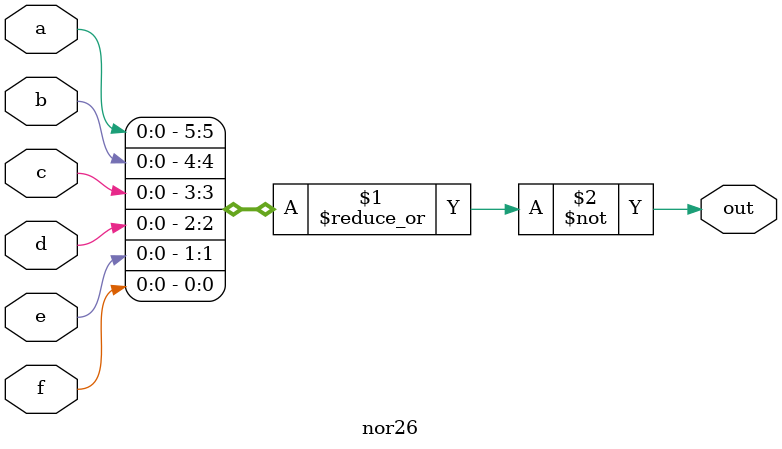
<source format=v>
module nor26 (
  input a,
  input b,
  input c,
  input d,
  input e,
  input f,
  output out
);

  assign out = ~(|{a,b,c,d,e,f});

endmodule

</source>
